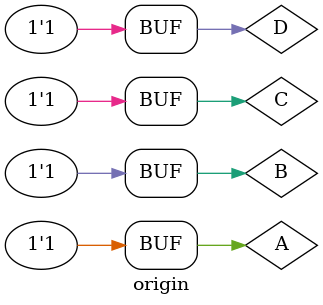
<source format=v>
`timescale 1ns / 1ps
module origin;

reg A, B, C, D;
wire F, d;

original myOriginal( 
  .A( A ),
  .B( B ),
  .C( C ),
  .D( D ),
  .F( F ),
  .d( d )
);

initial
    begin
    $monitor( A, B, C, D );
     A = 1'b0;
     B = 1'b0;
     C = 1'b0;
     D = 1'b0;
     
     #10
     A = 1'b0;
     B = 1'b0;
     C = 1'b0;
     D = 1'b1; 
    
     #10
     A = 1'b0;
     B = 1'b0;
     C = 1'b1;
     D = 1'b0;
     
     #10
     A = 1'b0;
     B = 1'b0;
     C = 1'b1;
     D = 1'b1;
     
     #10
     A = 1'b0;
     B = 1'b1;
     C = 1'b0;
     D = 1'b0;
     
     #10
     A = 1'b0;
     B = 1'b1;
     C = 1'b0;
     D = 1'b1;
     
     #10
     A = 1'b0;
     B = 1'b1;
     C = 1'b1;
     D = 1'b0;
     
     #10
     A = 1'b0;
     B = 1'b1;
     C = 1'b1;
     D = 1'b1;
     
     #10
     A = 1'b1;
     B = 1'b0;
     C = 1'b0;
     D = 1'b0;
     
     #10
     A = 1'b1;
     B = 1'b0;
     C = 1'b0;
     D = 1'b1;
     
     #10
     A = 1'b1;
     B = 1'b0;
     C = 1'b1;
     D = 1'b0;
     
     #10
     A = 1'b1;
     B = 1'b0;
     C = 1'b1;
     D = 1'b1;
     
     #10
     A = 1'b1;
     B = 1'b1;
     C = 1'b0;
     D = 1'b0;
     
     #10
     A = 1'b1;
     B = 1'b1;
     C = 1'b0;
     D = 1'b1;
     
     #10
     A = 1'b1;
     B = 1'b1;
     C = 1'b1;
     D = 1'b0;
     
     #10
     A = 1'b1;
     B = 1'b1;
     C = 1'b1;
     D = 1'b1;
    
    end

endmodule

</source>
